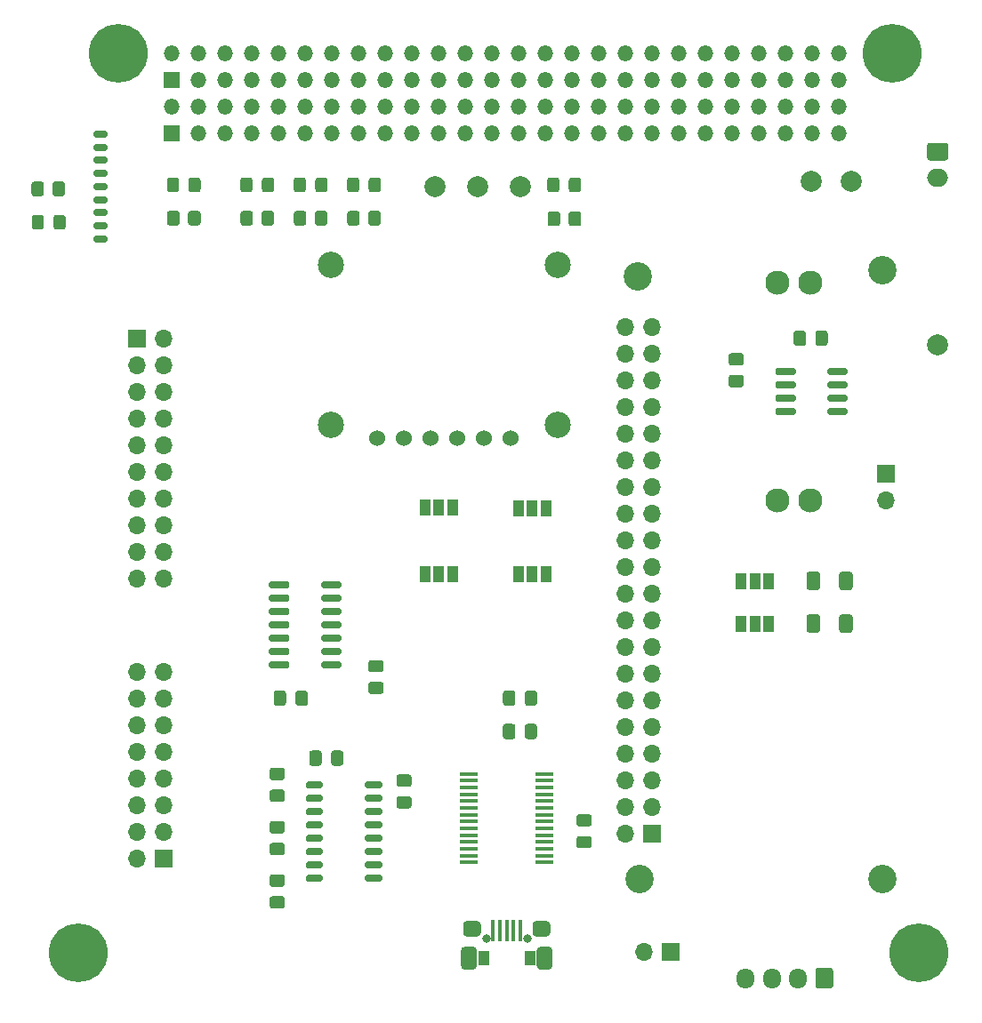
<source format=gbr>
%TF.GenerationSoftware,KiCad,Pcbnew,(5.1.9)-1*%
%TF.CreationDate,2021-11-26T18:06:55-05:00*%
%TF.ProjectId,REVERB Interface,52455645-5242-4204-996e-746572666163,rev?*%
%TF.SameCoordinates,Original*%
%TF.FileFunction,Soldermask,Top*%
%TF.FilePolarity,Negative*%
%FSLAX46Y46*%
G04 Gerber Fmt 4.6, Leading zero omitted, Abs format (unit mm)*
G04 Created by KiCad (PCBNEW (5.1.9)-1) date 2021-11-26 18:06:55*
%MOMM*%
%LPD*%
G01*
G04 APERTURE LIST*
%ADD10R,1.000000X1.500000*%
%ADD11O,2.000000X1.700000*%
%ADD12O,1.700000X1.950000*%
%ADD13C,2.000000*%
%ADD14C,2.300000*%
%ADD15C,2.500000*%
%ADD16C,1.524000*%
%ADD17C,2.700000*%
%ADD18O,1.700000X1.700000*%
%ADD19R,1.700000X1.700000*%
%ADD20R,1.750000X0.450000*%
%ADD21R,1.100000X1.350000*%
%ADD22C,0.800000*%
%ADD23R,0.400000X2.000000*%
%ADD24C,5.600000*%
%ADD25C,3.600000*%
%ADD26O,1.400000X0.700000*%
%ADD27O,1.500000X1.500000*%
%ADD28R,1.500000X1.500000*%
G04 APERTURE END LIST*
%TO.C,R2*%
G36*
G01*
X182488000Y-107579000D02*
X182488000Y-108829000D01*
G75*
G02*
X182238000Y-109079000I-250000J0D01*
G01*
X181438000Y-109079000D01*
G75*
G02*
X181188000Y-108829000I0J250000D01*
G01*
X181188000Y-107579000D01*
G75*
G02*
X181438000Y-107329000I250000J0D01*
G01*
X182238000Y-107329000D01*
G75*
G02*
X182488000Y-107579000I0J-250000D01*
G01*
G37*
G36*
G01*
X185588000Y-107579000D02*
X185588000Y-108829000D01*
G75*
G02*
X185338000Y-109079000I-250000J0D01*
G01*
X184538000Y-109079000D01*
G75*
G02*
X184288000Y-108829000I0J250000D01*
G01*
X184288000Y-107579000D01*
G75*
G02*
X184538000Y-107329000I250000J0D01*
G01*
X185338000Y-107329000D01*
G75*
G02*
X185588000Y-107579000I0J-250000D01*
G01*
G37*
%TD*%
%TO.C,R1*%
G36*
G01*
X182488000Y-111643000D02*
X182488000Y-112893000D01*
G75*
G02*
X182238000Y-113143000I-250000J0D01*
G01*
X181438000Y-113143000D01*
G75*
G02*
X181188000Y-112893000I0J250000D01*
G01*
X181188000Y-111643000D01*
G75*
G02*
X181438000Y-111393000I250000J0D01*
G01*
X182238000Y-111393000D01*
G75*
G02*
X182488000Y-111643000I0J-250000D01*
G01*
G37*
G36*
G01*
X185588000Y-111643000D02*
X185588000Y-112893000D01*
G75*
G02*
X185338000Y-113143000I-250000J0D01*
G01*
X184538000Y-113143000D01*
G75*
G02*
X184288000Y-112893000I0J250000D01*
G01*
X184288000Y-111643000D01*
G75*
G02*
X184538000Y-111393000I250000J0D01*
G01*
X185338000Y-111393000D01*
G75*
G02*
X185588000Y-111643000I0J-250000D01*
G01*
G37*
%TD*%
D10*
%TO.C,JP6*%
X177576000Y-112268000D03*
X176276000Y-112268000D03*
X174976000Y-112268000D03*
%TD*%
%TO.C,JP5*%
X177576000Y-108204000D03*
X176276000Y-108204000D03*
X174976000Y-108204000D03*
%TD*%
D11*
%TO.C,J10*%
X193675000Y-69810000D03*
G36*
G01*
X192925000Y-66460000D02*
X194425000Y-66460000D01*
G75*
G02*
X194675000Y-66710000I0J-250000D01*
G01*
X194675000Y-67910000D01*
G75*
G02*
X194425000Y-68160000I-250000J0D01*
G01*
X192925000Y-68160000D01*
G75*
G02*
X192675000Y-67910000I0J250000D01*
G01*
X192675000Y-66710000D01*
G75*
G02*
X192925000Y-66460000I250000J0D01*
G01*
G37*
%TD*%
D12*
%TO.C,J9*%
X175380000Y-146050000D03*
X177880000Y-146050000D03*
X180380000Y-146050000D03*
G36*
G01*
X183730000Y-145325000D02*
X183730000Y-146775000D01*
G75*
G02*
X183480000Y-147025000I-250000J0D01*
G01*
X182280000Y-147025000D01*
G75*
G02*
X182030000Y-146775000I0J250000D01*
G01*
X182030000Y-145325000D01*
G75*
G02*
X182280000Y-145075000I250000J0D01*
G01*
X183480000Y-145075000D01*
G75*
G02*
X183730000Y-145325000I0J-250000D01*
G01*
G37*
%TD*%
%TO.C,U5*%
G36*
G01*
X180175000Y-91925000D02*
X180175000Y-92225000D01*
G75*
G02*
X180025000Y-92375000I-150000J0D01*
G01*
X178375000Y-92375000D01*
G75*
G02*
X178225000Y-92225000I0J150000D01*
G01*
X178225000Y-91925000D01*
G75*
G02*
X178375000Y-91775000I150000J0D01*
G01*
X180025000Y-91775000D01*
G75*
G02*
X180175000Y-91925000I0J-150000D01*
G01*
G37*
G36*
G01*
X180175000Y-90655000D02*
X180175000Y-90955000D01*
G75*
G02*
X180025000Y-91105000I-150000J0D01*
G01*
X178375000Y-91105000D01*
G75*
G02*
X178225000Y-90955000I0J150000D01*
G01*
X178225000Y-90655000D01*
G75*
G02*
X178375000Y-90505000I150000J0D01*
G01*
X180025000Y-90505000D01*
G75*
G02*
X180175000Y-90655000I0J-150000D01*
G01*
G37*
G36*
G01*
X180175000Y-89385000D02*
X180175000Y-89685000D01*
G75*
G02*
X180025000Y-89835000I-150000J0D01*
G01*
X178375000Y-89835000D01*
G75*
G02*
X178225000Y-89685000I0J150000D01*
G01*
X178225000Y-89385000D01*
G75*
G02*
X178375000Y-89235000I150000J0D01*
G01*
X180025000Y-89235000D01*
G75*
G02*
X180175000Y-89385000I0J-150000D01*
G01*
G37*
G36*
G01*
X180175000Y-88115000D02*
X180175000Y-88415000D01*
G75*
G02*
X180025000Y-88565000I-150000J0D01*
G01*
X178375000Y-88565000D01*
G75*
G02*
X178225000Y-88415000I0J150000D01*
G01*
X178225000Y-88115000D01*
G75*
G02*
X178375000Y-87965000I150000J0D01*
G01*
X180025000Y-87965000D01*
G75*
G02*
X180175000Y-88115000I0J-150000D01*
G01*
G37*
G36*
G01*
X185125000Y-88115000D02*
X185125000Y-88415000D01*
G75*
G02*
X184975000Y-88565000I-150000J0D01*
G01*
X183325000Y-88565000D01*
G75*
G02*
X183175000Y-88415000I0J150000D01*
G01*
X183175000Y-88115000D01*
G75*
G02*
X183325000Y-87965000I150000J0D01*
G01*
X184975000Y-87965000D01*
G75*
G02*
X185125000Y-88115000I0J-150000D01*
G01*
G37*
G36*
G01*
X185125000Y-89385000D02*
X185125000Y-89685000D01*
G75*
G02*
X184975000Y-89835000I-150000J0D01*
G01*
X183325000Y-89835000D01*
G75*
G02*
X183175000Y-89685000I0J150000D01*
G01*
X183175000Y-89385000D01*
G75*
G02*
X183325000Y-89235000I150000J0D01*
G01*
X184975000Y-89235000D01*
G75*
G02*
X185125000Y-89385000I0J-150000D01*
G01*
G37*
G36*
G01*
X185125000Y-90655000D02*
X185125000Y-90955000D01*
G75*
G02*
X184975000Y-91105000I-150000J0D01*
G01*
X183325000Y-91105000D01*
G75*
G02*
X183175000Y-90955000I0J150000D01*
G01*
X183175000Y-90655000D01*
G75*
G02*
X183325000Y-90505000I150000J0D01*
G01*
X184975000Y-90505000D01*
G75*
G02*
X185125000Y-90655000I0J-150000D01*
G01*
G37*
G36*
G01*
X185125000Y-91925000D02*
X185125000Y-92225000D01*
G75*
G02*
X184975000Y-92375000I-150000J0D01*
G01*
X183325000Y-92375000D01*
G75*
G02*
X183175000Y-92225000I0J150000D01*
G01*
X183175000Y-91925000D01*
G75*
G02*
X183325000Y-91775000I150000J0D01*
G01*
X184975000Y-91775000D01*
G75*
G02*
X185125000Y-91925000I0J-150000D01*
G01*
G37*
%TD*%
D13*
%TO.C,TP6*%
X193675000Y-85725000D03*
%TD*%
%TO.C,C21*%
G36*
G01*
X174973000Y-87688000D02*
X174023000Y-87688000D01*
G75*
G02*
X173773000Y-87438000I0J250000D01*
G01*
X173773000Y-86763000D01*
G75*
G02*
X174023000Y-86513000I250000J0D01*
G01*
X174973000Y-86513000D01*
G75*
G02*
X175223000Y-86763000I0J-250000D01*
G01*
X175223000Y-87438000D01*
G75*
G02*
X174973000Y-87688000I-250000J0D01*
G01*
G37*
G36*
G01*
X174973000Y-89763000D02*
X174023000Y-89763000D01*
G75*
G02*
X173773000Y-89513000I0J250000D01*
G01*
X173773000Y-88838000D01*
G75*
G02*
X174023000Y-88588000I250000J0D01*
G01*
X174973000Y-88588000D01*
G75*
G02*
X175223000Y-88838000I0J-250000D01*
G01*
X175223000Y-89513000D01*
G75*
G02*
X174973000Y-89763000I-250000J0D01*
G01*
G37*
%TD*%
D14*
%TO.C,BT1*%
X178459000Y-100570000D03*
X181559000Y-100570000D03*
X181559000Y-79770000D03*
X178459000Y-79770000D03*
%TD*%
%TO.C,C20*%
G36*
G01*
X181138500Y-84615000D02*
X181138500Y-85565000D01*
G75*
G02*
X180888500Y-85815000I-250000J0D01*
G01*
X180213500Y-85815000D01*
G75*
G02*
X179963500Y-85565000I0J250000D01*
G01*
X179963500Y-84615000D01*
G75*
G02*
X180213500Y-84365000I250000J0D01*
G01*
X180888500Y-84365000D01*
G75*
G02*
X181138500Y-84615000I0J-250000D01*
G01*
G37*
G36*
G01*
X183213500Y-84615000D02*
X183213500Y-85565000D01*
G75*
G02*
X182963500Y-85815000I-250000J0D01*
G01*
X182288500Y-85815000D01*
G75*
G02*
X182038500Y-85565000I0J250000D01*
G01*
X182038500Y-84615000D01*
G75*
G02*
X182288500Y-84365000I250000J0D01*
G01*
X182963500Y-84365000D01*
G75*
G02*
X183213500Y-84615000I0J-250000D01*
G01*
G37*
%TD*%
D15*
%TO.C,U1*%
X157480000Y-78105000D03*
X135890000Y-78105000D03*
X157480000Y-93345000D03*
X135890000Y-93345000D03*
D16*
X140335000Y-94615000D03*
X142875000Y-94615000D03*
X145415000Y-94615000D03*
X147955000Y-94615000D03*
X150495000Y-94615000D03*
X153035000Y-94615000D03*
%TD*%
%TO.C,U4*%
G36*
G01*
X131977000Y-116055000D02*
X131977000Y-116355000D01*
G75*
G02*
X131827000Y-116505000I-150000J0D01*
G01*
X130177000Y-116505000D01*
G75*
G02*
X130027000Y-116355000I0J150000D01*
G01*
X130027000Y-116055000D01*
G75*
G02*
X130177000Y-115905000I150000J0D01*
G01*
X131827000Y-115905000D01*
G75*
G02*
X131977000Y-116055000I0J-150000D01*
G01*
G37*
G36*
G01*
X131977000Y-114785000D02*
X131977000Y-115085000D01*
G75*
G02*
X131827000Y-115235000I-150000J0D01*
G01*
X130177000Y-115235000D01*
G75*
G02*
X130027000Y-115085000I0J150000D01*
G01*
X130027000Y-114785000D01*
G75*
G02*
X130177000Y-114635000I150000J0D01*
G01*
X131827000Y-114635000D01*
G75*
G02*
X131977000Y-114785000I0J-150000D01*
G01*
G37*
G36*
G01*
X131977000Y-113515000D02*
X131977000Y-113815000D01*
G75*
G02*
X131827000Y-113965000I-150000J0D01*
G01*
X130177000Y-113965000D01*
G75*
G02*
X130027000Y-113815000I0J150000D01*
G01*
X130027000Y-113515000D01*
G75*
G02*
X130177000Y-113365000I150000J0D01*
G01*
X131827000Y-113365000D01*
G75*
G02*
X131977000Y-113515000I0J-150000D01*
G01*
G37*
G36*
G01*
X131977000Y-112245000D02*
X131977000Y-112545000D01*
G75*
G02*
X131827000Y-112695000I-150000J0D01*
G01*
X130177000Y-112695000D01*
G75*
G02*
X130027000Y-112545000I0J150000D01*
G01*
X130027000Y-112245000D01*
G75*
G02*
X130177000Y-112095000I150000J0D01*
G01*
X131827000Y-112095000D01*
G75*
G02*
X131977000Y-112245000I0J-150000D01*
G01*
G37*
G36*
G01*
X131977000Y-110975000D02*
X131977000Y-111275000D01*
G75*
G02*
X131827000Y-111425000I-150000J0D01*
G01*
X130177000Y-111425000D01*
G75*
G02*
X130027000Y-111275000I0J150000D01*
G01*
X130027000Y-110975000D01*
G75*
G02*
X130177000Y-110825000I150000J0D01*
G01*
X131827000Y-110825000D01*
G75*
G02*
X131977000Y-110975000I0J-150000D01*
G01*
G37*
G36*
G01*
X131977000Y-109705000D02*
X131977000Y-110005000D01*
G75*
G02*
X131827000Y-110155000I-150000J0D01*
G01*
X130177000Y-110155000D01*
G75*
G02*
X130027000Y-110005000I0J150000D01*
G01*
X130027000Y-109705000D01*
G75*
G02*
X130177000Y-109555000I150000J0D01*
G01*
X131827000Y-109555000D01*
G75*
G02*
X131977000Y-109705000I0J-150000D01*
G01*
G37*
G36*
G01*
X131977000Y-108435000D02*
X131977000Y-108735000D01*
G75*
G02*
X131827000Y-108885000I-150000J0D01*
G01*
X130177000Y-108885000D01*
G75*
G02*
X130027000Y-108735000I0J150000D01*
G01*
X130027000Y-108435000D01*
G75*
G02*
X130177000Y-108285000I150000J0D01*
G01*
X131827000Y-108285000D01*
G75*
G02*
X131977000Y-108435000I0J-150000D01*
G01*
G37*
G36*
G01*
X136927000Y-108435000D02*
X136927000Y-108735000D01*
G75*
G02*
X136777000Y-108885000I-150000J0D01*
G01*
X135127000Y-108885000D01*
G75*
G02*
X134977000Y-108735000I0J150000D01*
G01*
X134977000Y-108435000D01*
G75*
G02*
X135127000Y-108285000I150000J0D01*
G01*
X136777000Y-108285000D01*
G75*
G02*
X136927000Y-108435000I0J-150000D01*
G01*
G37*
G36*
G01*
X136927000Y-109705000D02*
X136927000Y-110005000D01*
G75*
G02*
X136777000Y-110155000I-150000J0D01*
G01*
X135127000Y-110155000D01*
G75*
G02*
X134977000Y-110005000I0J150000D01*
G01*
X134977000Y-109705000D01*
G75*
G02*
X135127000Y-109555000I150000J0D01*
G01*
X136777000Y-109555000D01*
G75*
G02*
X136927000Y-109705000I0J-150000D01*
G01*
G37*
G36*
G01*
X136927000Y-110975000D02*
X136927000Y-111275000D01*
G75*
G02*
X136777000Y-111425000I-150000J0D01*
G01*
X135127000Y-111425000D01*
G75*
G02*
X134977000Y-111275000I0J150000D01*
G01*
X134977000Y-110975000D01*
G75*
G02*
X135127000Y-110825000I150000J0D01*
G01*
X136777000Y-110825000D01*
G75*
G02*
X136927000Y-110975000I0J-150000D01*
G01*
G37*
G36*
G01*
X136927000Y-112245000D02*
X136927000Y-112545000D01*
G75*
G02*
X136777000Y-112695000I-150000J0D01*
G01*
X135127000Y-112695000D01*
G75*
G02*
X134977000Y-112545000I0J150000D01*
G01*
X134977000Y-112245000D01*
G75*
G02*
X135127000Y-112095000I150000J0D01*
G01*
X136777000Y-112095000D01*
G75*
G02*
X136927000Y-112245000I0J-150000D01*
G01*
G37*
G36*
G01*
X136927000Y-113515000D02*
X136927000Y-113815000D01*
G75*
G02*
X136777000Y-113965000I-150000J0D01*
G01*
X135127000Y-113965000D01*
G75*
G02*
X134977000Y-113815000I0J150000D01*
G01*
X134977000Y-113515000D01*
G75*
G02*
X135127000Y-113365000I150000J0D01*
G01*
X136777000Y-113365000D01*
G75*
G02*
X136927000Y-113515000I0J-150000D01*
G01*
G37*
G36*
G01*
X136927000Y-114785000D02*
X136927000Y-115085000D01*
G75*
G02*
X136777000Y-115235000I-150000J0D01*
G01*
X135127000Y-115235000D01*
G75*
G02*
X134977000Y-115085000I0J150000D01*
G01*
X134977000Y-114785000D01*
G75*
G02*
X135127000Y-114635000I150000J0D01*
G01*
X136777000Y-114635000D01*
G75*
G02*
X136927000Y-114785000I0J-150000D01*
G01*
G37*
G36*
G01*
X136927000Y-116055000D02*
X136927000Y-116355000D01*
G75*
G02*
X136777000Y-116505000I-150000J0D01*
G01*
X135127000Y-116505000D01*
G75*
G02*
X134977000Y-116355000I0J150000D01*
G01*
X134977000Y-116055000D01*
G75*
G02*
X135127000Y-115905000I150000J0D01*
G01*
X136777000Y-115905000D01*
G75*
G02*
X136927000Y-116055000I0J-150000D01*
G01*
G37*
%TD*%
%TO.C,C10*%
G36*
G01*
X139733000Y-117819500D02*
X140683000Y-117819500D01*
G75*
G02*
X140933000Y-118069500I0J-250000D01*
G01*
X140933000Y-118744500D01*
G75*
G02*
X140683000Y-118994500I-250000J0D01*
G01*
X139733000Y-118994500D01*
G75*
G02*
X139483000Y-118744500I0J250000D01*
G01*
X139483000Y-118069500D01*
G75*
G02*
X139733000Y-117819500I250000J0D01*
G01*
G37*
G36*
G01*
X139733000Y-115744500D02*
X140683000Y-115744500D01*
G75*
G02*
X140933000Y-115994500I0J-250000D01*
G01*
X140933000Y-116669500D01*
G75*
G02*
X140683000Y-116919500I-250000J0D01*
G01*
X139733000Y-116919500D01*
G75*
G02*
X139483000Y-116669500I0J250000D01*
G01*
X139483000Y-115994500D01*
G75*
G02*
X139733000Y-115744500I250000J0D01*
G01*
G37*
%TD*%
%TO.C,C9*%
G36*
G01*
X132551500Y-119855000D02*
X132551500Y-118905000D01*
G75*
G02*
X132801500Y-118655000I250000J0D01*
G01*
X133476500Y-118655000D01*
G75*
G02*
X133726500Y-118905000I0J-250000D01*
G01*
X133726500Y-119855000D01*
G75*
G02*
X133476500Y-120105000I-250000J0D01*
G01*
X132801500Y-120105000D01*
G75*
G02*
X132551500Y-119855000I0J250000D01*
G01*
G37*
G36*
G01*
X130476500Y-119855000D02*
X130476500Y-118905000D01*
G75*
G02*
X130726500Y-118655000I250000J0D01*
G01*
X131401500Y-118655000D01*
G75*
G02*
X131651500Y-118905000I0J-250000D01*
G01*
X131651500Y-119855000D01*
G75*
G02*
X131401500Y-120105000I-250000J0D01*
G01*
X130726500Y-120105000D01*
G75*
G02*
X130476500Y-119855000I0J250000D01*
G01*
G37*
%TD*%
%TO.C,U2*%
G36*
G01*
X139354999Y-136200000D02*
X140614997Y-136200000D01*
G75*
G02*
X140809997Y-136395000I0J-195000D01*
G01*
X140809997Y-136655000D01*
G75*
G02*
X140614997Y-136850000I-195000J0D01*
G01*
X139354999Y-136850000D01*
G75*
G02*
X139159999Y-136655000I0J195000D01*
G01*
X139159999Y-136395000D01*
G75*
G02*
X139354999Y-136200000I195000J0D01*
G01*
G37*
G36*
G01*
X139354999Y-134930000D02*
X140614997Y-134930000D01*
G75*
G02*
X140809997Y-135125000I0J-195000D01*
G01*
X140809997Y-135385000D01*
G75*
G02*
X140614997Y-135580000I-195000J0D01*
G01*
X139354999Y-135580000D01*
G75*
G02*
X139159999Y-135385000I0J195000D01*
G01*
X139159999Y-135125000D01*
G75*
G02*
X139354999Y-134930000I195000J0D01*
G01*
G37*
G36*
G01*
X139354999Y-133660000D02*
X140614997Y-133660000D01*
G75*
G02*
X140809997Y-133855000I0J-195000D01*
G01*
X140809997Y-134115000D01*
G75*
G02*
X140614997Y-134310000I-195000J0D01*
G01*
X139354999Y-134310000D01*
G75*
G02*
X139159999Y-134115000I0J195000D01*
G01*
X139159999Y-133855000D01*
G75*
G02*
X139354999Y-133660000I195000J0D01*
G01*
G37*
G36*
G01*
X139354999Y-132390000D02*
X140614997Y-132390000D01*
G75*
G02*
X140809997Y-132585000I0J-195000D01*
G01*
X140809997Y-132845000D01*
G75*
G02*
X140614997Y-133040000I-195000J0D01*
G01*
X139354999Y-133040000D01*
G75*
G02*
X139159999Y-132845000I0J195000D01*
G01*
X139159999Y-132585000D01*
G75*
G02*
X139354999Y-132390000I195000J0D01*
G01*
G37*
G36*
G01*
X139354999Y-131120000D02*
X140614997Y-131120000D01*
G75*
G02*
X140809997Y-131315000I0J-195000D01*
G01*
X140809997Y-131575000D01*
G75*
G02*
X140614997Y-131770000I-195000J0D01*
G01*
X139354999Y-131770000D01*
G75*
G02*
X139159999Y-131575000I0J195000D01*
G01*
X139159999Y-131315000D01*
G75*
G02*
X139354999Y-131120000I195000J0D01*
G01*
G37*
G36*
G01*
X139354999Y-129850000D02*
X140614997Y-129850000D01*
G75*
G02*
X140809997Y-130045000I0J-195000D01*
G01*
X140809997Y-130305000D01*
G75*
G02*
X140614997Y-130500000I-195000J0D01*
G01*
X139354999Y-130500000D01*
G75*
G02*
X139159999Y-130305000I0J195000D01*
G01*
X139159999Y-130045000D01*
G75*
G02*
X139354999Y-129850000I195000J0D01*
G01*
G37*
G36*
G01*
X139354999Y-128580000D02*
X140614997Y-128580000D01*
G75*
G02*
X140809997Y-128775000I0J-195000D01*
G01*
X140809997Y-129035000D01*
G75*
G02*
X140614997Y-129230000I-195000J0D01*
G01*
X139354999Y-129230000D01*
G75*
G02*
X139159999Y-129035000I0J195000D01*
G01*
X139159999Y-128775000D01*
G75*
G02*
X139354999Y-128580000I195000J0D01*
G01*
G37*
G36*
G01*
X139354999Y-127310000D02*
X140614997Y-127310000D01*
G75*
G02*
X140809997Y-127505000I0J-195000D01*
G01*
X140809997Y-127765000D01*
G75*
G02*
X140614997Y-127960000I-195000J0D01*
G01*
X139354999Y-127960000D01*
G75*
G02*
X139159999Y-127765000I0J195000D01*
G01*
X139159999Y-127505000D01*
G75*
G02*
X139354999Y-127310000I195000J0D01*
G01*
G37*
G36*
G01*
X133705000Y-136200000D02*
X134964998Y-136200000D01*
G75*
G02*
X135159998Y-136395000I0J-195000D01*
G01*
X135159998Y-136655000D01*
G75*
G02*
X134964998Y-136850000I-195000J0D01*
G01*
X133705000Y-136850000D01*
G75*
G02*
X133510000Y-136655000I0J195000D01*
G01*
X133510000Y-136395000D01*
G75*
G02*
X133705000Y-136200000I195000J0D01*
G01*
G37*
G36*
G01*
X133705000Y-134930000D02*
X134964998Y-134930000D01*
G75*
G02*
X135159998Y-135125000I0J-195000D01*
G01*
X135159998Y-135385000D01*
G75*
G02*
X134964998Y-135580000I-195000J0D01*
G01*
X133705000Y-135580000D01*
G75*
G02*
X133510000Y-135385000I0J195000D01*
G01*
X133510000Y-135125000D01*
G75*
G02*
X133705000Y-134930000I195000J0D01*
G01*
G37*
G36*
G01*
X133705000Y-133660000D02*
X134964998Y-133660000D01*
G75*
G02*
X135159998Y-133855000I0J-195000D01*
G01*
X135159998Y-134115000D01*
G75*
G02*
X134964998Y-134310000I-195000J0D01*
G01*
X133705000Y-134310000D01*
G75*
G02*
X133510000Y-134115000I0J195000D01*
G01*
X133510000Y-133855000D01*
G75*
G02*
X133705000Y-133660000I195000J0D01*
G01*
G37*
G36*
G01*
X133705000Y-132390000D02*
X134964998Y-132390000D01*
G75*
G02*
X135159998Y-132585000I0J-195000D01*
G01*
X135159998Y-132845000D01*
G75*
G02*
X134964998Y-133040000I-195000J0D01*
G01*
X133705000Y-133040000D01*
G75*
G02*
X133510000Y-132845000I0J195000D01*
G01*
X133510000Y-132585000D01*
G75*
G02*
X133705000Y-132390000I195000J0D01*
G01*
G37*
G36*
G01*
X133705000Y-131120000D02*
X134964998Y-131120000D01*
G75*
G02*
X135159998Y-131315000I0J-195000D01*
G01*
X135159998Y-131575000D01*
G75*
G02*
X134964998Y-131770000I-195000J0D01*
G01*
X133705000Y-131770000D01*
G75*
G02*
X133510000Y-131575000I0J195000D01*
G01*
X133510000Y-131315000D01*
G75*
G02*
X133705000Y-131120000I195000J0D01*
G01*
G37*
G36*
G01*
X133705000Y-129850000D02*
X134964998Y-129850000D01*
G75*
G02*
X135159998Y-130045000I0J-195000D01*
G01*
X135159998Y-130305000D01*
G75*
G02*
X134964998Y-130500000I-195000J0D01*
G01*
X133705000Y-130500000D01*
G75*
G02*
X133510000Y-130305000I0J195000D01*
G01*
X133510000Y-130045000D01*
G75*
G02*
X133705000Y-129850000I195000J0D01*
G01*
G37*
G36*
G01*
X133705000Y-128580000D02*
X134964998Y-128580000D01*
G75*
G02*
X135159998Y-128775000I0J-195000D01*
G01*
X135159998Y-129035000D01*
G75*
G02*
X134964998Y-129230000I-195000J0D01*
G01*
X133705000Y-129230000D01*
G75*
G02*
X133510000Y-129035000I0J195000D01*
G01*
X133510000Y-128775000D01*
G75*
G02*
X133705000Y-128580000I195000J0D01*
G01*
G37*
G36*
G01*
X133705000Y-127310000D02*
X134964998Y-127310000D01*
G75*
G02*
X135159998Y-127505000I0J-195000D01*
G01*
X135159998Y-127765000D01*
G75*
G02*
X134964998Y-127960000I-195000J0D01*
G01*
X133705000Y-127960000D01*
G75*
G02*
X133510000Y-127765000I0J195000D01*
G01*
X133510000Y-127505000D01*
G75*
G02*
X133705000Y-127310000I195000J0D01*
G01*
G37*
%TD*%
%TO.C,R12*%
G36*
G01*
X158545000Y-74163001D02*
X158545000Y-73262999D01*
G75*
G02*
X158794999Y-73013000I249999J0D01*
G01*
X159495001Y-73013000D01*
G75*
G02*
X159745000Y-73262999I0J-249999D01*
G01*
X159745000Y-74163001D01*
G75*
G02*
X159495001Y-74413000I-249999J0D01*
G01*
X158794999Y-74413000D01*
G75*
G02*
X158545000Y-74163001I0J249999D01*
G01*
G37*
G36*
G01*
X156545000Y-74163001D02*
X156545000Y-73262999D01*
G75*
G02*
X156794999Y-73013000I249999J0D01*
G01*
X157495001Y-73013000D01*
G75*
G02*
X157745000Y-73262999I0J-249999D01*
G01*
X157745000Y-74163001D01*
G75*
G02*
X157495001Y-74413000I-249999J0D01*
G01*
X156794999Y-74413000D01*
G75*
G02*
X156545000Y-74163001I0J249999D01*
G01*
G37*
%TD*%
%TO.C,R11*%
G36*
G01*
X108612000Y-70415999D02*
X108612000Y-71316001D01*
G75*
G02*
X108362001Y-71566000I-249999J0D01*
G01*
X107661999Y-71566000D01*
G75*
G02*
X107412000Y-71316001I0J249999D01*
G01*
X107412000Y-70415999D01*
G75*
G02*
X107661999Y-70166000I249999J0D01*
G01*
X108362001Y-70166000D01*
G75*
G02*
X108612000Y-70415999I0J-249999D01*
G01*
G37*
G36*
G01*
X110612000Y-70415999D02*
X110612000Y-71316001D01*
G75*
G02*
X110362001Y-71566000I-249999J0D01*
G01*
X109661999Y-71566000D01*
G75*
G02*
X109412000Y-71316001I0J249999D01*
G01*
X109412000Y-70415999D01*
G75*
G02*
X109661999Y-70166000I249999J0D01*
G01*
X110362001Y-70166000D01*
G75*
G02*
X110612000Y-70415999I0J-249999D01*
G01*
G37*
%TD*%
%TO.C,R10*%
G36*
G01*
X128505000Y-73209999D02*
X128505000Y-74110001D01*
G75*
G02*
X128255001Y-74360000I-249999J0D01*
G01*
X127554999Y-74360000D01*
G75*
G02*
X127305000Y-74110001I0J249999D01*
G01*
X127305000Y-73209999D01*
G75*
G02*
X127554999Y-72960000I249999J0D01*
G01*
X128255001Y-72960000D01*
G75*
G02*
X128505000Y-73209999I0J-249999D01*
G01*
G37*
G36*
G01*
X130505000Y-73209999D02*
X130505000Y-74110001D01*
G75*
G02*
X130255001Y-74360000I-249999J0D01*
G01*
X129554999Y-74360000D01*
G75*
G02*
X129305000Y-74110001I0J249999D01*
G01*
X129305000Y-73209999D01*
G75*
G02*
X129554999Y-72960000I249999J0D01*
G01*
X130255001Y-72960000D01*
G75*
G02*
X130505000Y-73209999I0J-249999D01*
G01*
G37*
%TD*%
%TO.C,R9*%
G36*
G01*
X121520000Y-73209999D02*
X121520000Y-74110001D01*
G75*
G02*
X121270001Y-74360000I-249999J0D01*
G01*
X120569999Y-74360000D01*
G75*
G02*
X120320000Y-74110001I0J249999D01*
G01*
X120320000Y-73209999D01*
G75*
G02*
X120569999Y-72960000I249999J0D01*
G01*
X121270001Y-72960000D01*
G75*
G02*
X121520000Y-73209999I0J-249999D01*
G01*
G37*
G36*
G01*
X123520000Y-73209999D02*
X123520000Y-74110001D01*
G75*
G02*
X123270001Y-74360000I-249999J0D01*
G01*
X122569999Y-74360000D01*
G75*
G02*
X122320000Y-74110001I0J249999D01*
G01*
X122320000Y-73209999D01*
G75*
G02*
X122569999Y-72960000I249999J0D01*
G01*
X123270001Y-72960000D01*
G75*
G02*
X123520000Y-73209999I0J-249999D01*
G01*
G37*
%TD*%
%TO.C,D12*%
G36*
G01*
X158565000Y-70935001D02*
X158565000Y-70034999D01*
G75*
G02*
X158814999Y-69785000I249999J0D01*
G01*
X159465001Y-69785000D01*
G75*
G02*
X159715000Y-70034999I0J-249999D01*
G01*
X159715000Y-70935001D01*
G75*
G02*
X159465001Y-71185000I-249999J0D01*
G01*
X158814999Y-71185000D01*
G75*
G02*
X158565000Y-70935001I0J249999D01*
G01*
G37*
G36*
G01*
X156515000Y-70935001D02*
X156515000Y-70034999D01*
G75*
G02*
X156764999Y-69785000I249999J0D01*
G01*
X157415001Y-69785000D01*
G75*
G02*
X157665000Y-70034999I0J-249999D01*
G01*
X157665000Y-70935001D01*
G75*
G02*
X157415001Y-71185000I-249999J0D01*
G01*
X156764999Y-71185000D01*
G75*
G02*
X156515000Y-70935001I0J249999D01*
G01*
G37*
%TD*%
%TO.C,D11*%
G36*
G01*
X108607000Y-73590999D02*
X108607000Y-74491001D01*
G75*
G02*
X108357001Y-74741000I-249999J0D01*
G01*
X107706999Y-74741000D01*
G75*
G02*
X107457000Y-74491001I0J249999D01*
G01*
X107457000Y-73590999D01*
G75*
G02*
X107706999Y-73341000I249999J0D01*
G01*
X108357001Y-73341000D01*
G75*
G02*
X108607000Y-73590999I0J-249999D01*
G01*
G37*
G36*
G01*
X110657000Y-73590999D02*
X110657000Y-74491001D01*
G75*
G02*
X110407001Y-74741000I-249999J0D01*
G01*
X109756999Y-74741000D01*
G75*
G02*
X109507000Y-74491001I0J249999D01*
G01*
X109507000Y-73590999D01*
G75*
G02*
X109756999Y-73341000I249999J0D01*
G01*
X110407001Y-73341000D01*
G75*
G02*
X110657000Y-73590999I0J-249999D01*
G01*
G37*
%TD*%
%TO.C,D10*%
G36*
G01*
X128455000Y-70034999D02*
X128455000Y-70935001D01*
G75*
G02*
X128205001Y-71185000I-249999J0D01*
G01*
X127554999Y-71185000D01*
G75*
G02*
X127305000Y-70935001I0J249999D01*
G01*
X127305000Y-70034999D01*
G75*
G02*
X127554999Y-69785000I249999J0D01*
G01*
X128205001Y-69785000D01*
G75*
G02*
X128455000Y-70034999I0J-249999D01*
G01*
G37*
G36*
G01*
X130505000Y-70034999D02*
X130505000Y-70935001D01*
G75*
G02*
X130255001Y-71185000I-249999J0D01*
G01*
X129604999Y-71185000D01*
G75*
G02*
X129355000Y-70935001I0J249999D01*
G01*
X129355000Y-70034999D01*
G75*
G02*
X129604999Y-69785000I249999J0D01*
G01*
X130255001Y-69785000D01*
G75*
G02*
X130505000Y-70034999I0J-249999D01*
G01*
G37*
%TD*%
%TO.C,D9*%
G36*
G01*
X121470000Y-70034999D02*
X121470000Y-70935001D01*
G75*
G02*
X121220001Y-71185000I-249999J0D01*
G01*
X120569999Y-71185000D01*
G75*
G02*
X120320000Y-70935001I0J249999D01*
G01*
X120320000Y-70034999D01*
G75*
G02*
X120569999Y-69785000I249999J0D01*
G01*
X121220001Y-69785000D01*
G75*
G02*
X121470000Y-70034999I0J-249999D01*
G01*
G37*
G36*
G01*
X123520000Y-70034999D02*
X123520000Y-70935001D01*
G75*
G02*
X123270001Y-71185000I-249999J0D01*
G01*
X122619999Y-71185000D01*
G75*
G02*
X122370000Y-70935001I0J249999D01*
G01*
X122370000Y-70034999D01*
G75*
G02*
X122619999Y-69785000I249999J0D01*
G01*
X123270001Y-69785000D01*
G75*
G02*
X123520000Y-70034999I0J-249999D01*
G01*
G37*
%TD*%
D13*
%TO.C,TP5*%
X145796000Y-70612000D03*
%TD*%
%TO.C,TP4*%
X181610000Y-70104000D03*
%TD*%
%TO.C,TP3*%
X149860000Y-70612000D03*
%TD*%
%TO.C,TP2*%
X153924000Y-70612000D03*
%TD*%
%TO.C,TP1*%
X185420000Y-70104000D03*
%TD*%
D17*
%TO.C,M8*%
X188415000Y-136609000D03*
%TD*%
%TO.C,M7*%
X188415000Y-78609000D03*
%TD*%
%TO.C,M6*%
X165288000Y-136609000D03*
%TD*%
%TO.C,M5*%
X165098000Y-79244000D03*
%TD*%
D18*
%TO.C,J8*%
X188735000Y-100524000D03*
D19*
X188735000Y-97984000D03*
%TD*%
%TO.C,R4*%
G36*
G01*
X133585000Y-73209999D02*
X133585000Y-74110001D01*
G75*
G02*
X133335001Y-74360000I-249999J0D01*
G01*
X132634999Y-74360000D01*
G75*
G02*
X132385000Y-74110001I0J249999D01*
G01*
X132385000Y-73209999D01*
G75*
G02*
X132634999Y-72960000I249999J0D01*
G01*
X133335001Y-72960000D01*
G75*
G02*
X133585000Y-73209999I0J-249999D01*
G01*
G37*
G36*
G01*
X135585000Y-73209999D02*
X135585000Y-74110001D01*
G75*
G02*
X135335001Y-74360000I-249999J0D01*
G01*
X134634999Y-74360000D01*
G75*
G02*
X134385000Y-74110001I0J249999D01*
G01*
X134385000Y-73209999D01*
G75*
G02*
X134634999Y-72960000I249999J0D01*
G01*
X135335001Y-72960000D01*
G75*
G02*
X135585000Y-73209999I0J-249999D01*
G01*
G37*
%TD*%
%TO.C,R3*%
G36*
G01*
X138665000Y-73209999D02*
X138665000Y-74110001D01*
G75*
G02*
X138415001Y-74360000I-249999J0D01*
G01*
X137714999Y-74360000D01*
G75*
G02*
X137465000Y-74110001I0J249999D01*
G01*
X137465000Y-73209999D01*
G75*
G02*
X137714999Y-72960000I249999J0D01*
G01*
X138415001Y-72960000D01*
G75*
G02*
X138665000Y-73209999I0J-249999D01*
G01*
G37*
G36*
G01*
X140665000Y-73209999D02*
X140665000Y-74110001D01*
G75*
G02*
X140415001Y-74360000I-249999J0D01*
G01*
X139714999Y-74360000D01*
G75*
G02*
X139465000Y-74110001I0J249999D01*
G01*
X139465000Y-73209999D01*
G75*
G02*
X139714999Y-72960000I249999J0D01*
G01*
X140415001Y-72960000D01*
G75*
G02*
X140665000Y-73209999I0J-249999D01*
G01*
G37*
%TD*%
D10*
%TO.C,JP4*%
X153767000Y-107569000D03*
X155067000Y-107569000D03*
X156367000Y-107569000D03*
%TD*%
%TO.C,JP3*%
X144877000Y-107569000D03*
X146177000Y-107569000D03*
X147477000Y-107569000D03*
%TD*%
%TO.C,JP2*%
X153767000Y-101304000D03*
X155067000Y-101304000D03*
X156367000Y-101304000D03*
%TD*%
%TO.C,JP1*%
X144877000Y-101219000D03*
X146177000Y-101219000D03*
X147477000Y-101219000D03*
%TD*%
D20*
%TO.C,U3*%
X156254000Y-126585000D03*
X156254000Y-127235000D03*
X156254000Y-127885000D03*
X156254000Y-128535000D03*
X156254000Y-129185000D03*
X156254000Y-129835000D03*
X156254000Y-130485000D03*
X156254000Y-131135000D03*
X156254000Y-131785000D03*
X156254000Y-132435000D03*
X156254000Y-133085000D03*
X156254000Y-133735000D03*
X156254000Y-134385000D03*
X156254000Y-135035000D03*
X149054000Y-135035000D03*
X149054000Y-134385000D03*
X149054000Y-133735000D03*
X149054000Y-133085000D03*
X149054000Y-132435000D03*
X149054000Y-131785000D03*
X149054000Y-131135000D03*
X149054000Y-130485000D03*
X149054000Y-129835000D03*
X149054000Y-129185000D03*
X149054000Y-128535000D03*
X149054000Y-127885000D03*
X149054000Y-127235000D03*
X149054000Y-126585000D03*
%TD*%
D21*
%TO.C,J6*%
X154854000Y-144145000D03*
X150454000Y-144145000D03*
D22*
X154604000Y-142315000D03*
X150704000Y-142315000D03*
D23*
X151354000Y-141545000D03*
X152004000Y-141545000D03*
X152654000Y-141545000D03*
X153304000Y-141545000D03*
X153954000Y-141545000D03*
G36*
G01*
X149804000Y-143420000D02*
X149804000Y-144870000D01*
G75*
G02*
X149429000Y-145245000I-375000J0D01*
G01*
X148679000Y-145245000D01*
G75*
G02*
X148304000Y-144870000I0J375000D01*
G01*
X148304000Y-143420000D01*
G75*
G02*
X148679000Y-143045000I375000J0D01*
G01*
X149429000Y-143045000D01*
G75*
G02*
X149804000Y-143420000I0J-375000D01*
G01*
G37*
G36*
G01*
X157004000Y-143420000D02*
X157004000Y-144870000D01*
G75*
G02*
X156629000Y-145245000I-375000J0D01*
G01*
X155879000Y-145245000D01*
G75*
G02*
X155504000Y-144870000I0J375000D01*
G01*
X155504000Y-143420000D01*
G75*
G02*
X155879000Y-143045000I375000J0D01*
G01*
X156629000Y-143045000D01*
G75*
G02*
X157004000Y-143420000I0J-375000D01*
G01*
G37*
G36*
G01*
X156804000Y-140970000D02*
X156804000Y-141720000D01*
G75*
G02*
X156429000Y-142095000I-375000J0D01*
G01*
X155479000Y-142095000D01*
G75*
G02*
X155104000Y-141720000I0J375000D01*
G01*
X155104000Y-140970000D01*
G75*
G02*
X155479000Y-140595000I375000J0D01*
G01*
X156429000Y-140595000D01*
G75*
G02*
X156804000Y-140970000I0J-375000D01*
G01*
G37*
G36*
G01*
X150204000Y-140970000D02*
X150204000Y-141720000D01*
G75*
G02*
X149829000Y-142095000I-375000J0D01*
G01*
X148879000Y-142095000D01*
G75*
G02*
X148504000Y-141720000I0J375000D01*
G01*
X148504000Y-140970000D01*
G75*
G02*
X148879000Y-140595000I375000J0D01*
G01*
X149829000Y-140595000D01*
G75*
G02*
X150204000Y-140970000I0J-375000D01*
G01*
G37*
%TD*%
%TO.C,D4*%
G36*
G01*
X133535000Y-70034999D02*
X133535000Y-70935001D01*
G75*
G02*
X133285001Y-71185000I-249999J0D01*
G01*
X132634999Y-71185000D01*
G75*
G02*
X132385000Y-70935001I0J249999D01*
G01*
X132385000Y-70034999D01*
G75*
G02*
X132634999Y-69785000I249999J0D01*
G01*
X133285001Y-69785000D01*
G75*
G02*
X133535000Y-70034999I0J-249999D01*
G01*
G37*
G36*
G01*
X135585000Y-70034999D02*
X135585000Y-70935001D01*
G75*
G02*
X135335001Y-71185000I-249999J0D01*
G01*
X134684999Y-71185000D01*
G75*
G02*
X134435000Y-70935001I0J249999D01*
G01*
X134435000Y-70034999D01*
G75*
G02*
X134684999Y-69785000I249999J0D01*
G01*
X135335001Y-69785000D01*
G75*
G02*
X135585000Y-70034999I0J-249999D01*
G01*
G37*
%TD*%
%TO.C,D3*%
G36*
G01*
X138615000Y-70034999D02*
X138615000Y-70935001D01*
G75*
G02*
X138365001Y-71185000I-249999J0D01*
G01*
X137714999Y-71185000D01*
G75*
G02*
X137465000Y-70935001I0J249999D01*
G01*
X137465000Y-70034999D01*
G75*
G02*
X137714999Y-69785000I249999J0D01*
G01*
X138365001Y-69785000D01*
G75*
G02*
X138615000Y-70034999I0J-249999D01*
G01*
G37*
G36*
G01*
X140665000Y-70034999D02*
X140665000Y-70935001D01*
G75*
G02*
X140415001Y-71185000I-249999J0D01*
G01*
X139764999Y-71185000D01*
G75*
G02*
X139515000Y-70935001I0J249999D01*
G01*
X139515000Y-70034999D01*
G75*
G02*
X139764999Y-69785000I249999J0D01*
G01*
X140415001Y-69785000D01*
G75*
G02*
X140665000Y-70034999I0J-249999D01*
G01*
G37*
%TD*%
%TO.C,C8*%
G36*
G01*
X160495000Y-131608500D02*
X159545000Y-131608500D01*
G75*
G02*
X159295000Y-131358500I0J250000D01*
G01*
X159295000Y-130683500D01*
G75*
G02*
X159545000Y-130433500I250000J0D01*
G01*
X160495000Y-130433500D01*
G75*
G02*
X160745000Y-130683500I0J-250000D01*
G01*
X160745000Y-131358500D01*
G75*
G02*
X160495000Y-131608500I-250000J0D01*
G01*
G37*
G36*
G01*
X160495000Y-133683500D02*
X159545000Y-133683500D01*
G75*
G02*
X159295000Y-133433500I0J250000D01*
G01*
X159295000Y-132758500D01*
G75*
G02*
X159545000Y-132508500I250000J0D01*
G01*
X160495000Y-132508500D01*
G75*
G02*
X160745000Y-132758500I0J-250000D01*
G01*
X160745000Y-133433500D01*
G75*
G02*
X160495000Y-133683500I-250000J0D01*
G01*
G37*
%TD*%
%TO.C,C7*%
G36*
G01*
X154374000Y-123030000D02*
X154374000Y-122080000D01*
G75*
G02*
X154624000Y-121830000I250000J0D01*
G01*
X155299000Y-121830000D01*
G75*
G02*
X155549000Y-122080000I0J-250000D01*
G01*
X155549000Y-123030000D01*
G75*
G02*
X155299000Y-123280000I-250000J0D01*
G01*
X154624000Y-123280000D01*
G75*
G02*
X154374000Y-123030000I0J250000D01*
G01*
G37*
G36*
G01*
X152299000Y-123030000D02*
X152299000Y-122080000D01*
G75*
G02*
X152549000Y-121830000I250000J0D01*
G01*
X153224000Y-121830000D01*
G75*
G02*
X153474000Y-122080000I0J-250000D01*
G01*
X153474000Y-123030000D01*
G75*
G02*
X153224000Y-123280000I-250000J0D01*
G01*
X152549000Y-123280000D01*
G75*
G02*
X152299000Y-123030000I0J250000D01*
G01*
G37*
%TD*%
%TO.C,C6*%
G36*
G01*
X154374000Y-119855000D02*
X154374000Y-118905000D01*
G75*
G02*
X154624000Y-118655000I250000J0D01*
G01*
X155299000Y-118655000D01*
G75*
G02*
X155549000Y-118905000I0J-250000D01*
G01*
X155549000Y-119855000D01*
G75*
G02*
X155299000Y-120105000I-250000J0D01*
G01*
X154624000Y-120105000D01*
G75*
G02*
X154374000Y-119855000I0J250000D01*
G01*
G37*
G36*
G01*
X152299000Y-119855000D02*
X152299000Y-118905000D01*
G75*
G02*
X152549000Y-118655000I250000J0D01*
G01*
X153224000Y-118655000D01*
G75*
G02*
X153474000Y-118905000I0J-250000D01*
G01*
X153474000Y-119855000D01*
G75*
G02*
X153224000Y-120105000I-250000J0D01*
G01*
X152549000Y-120105000D01*
G75*
G02*
X152299000Y-119855000I0J250000D01*
G01*
G37*
%TD*%
D24*
%TO.C,M4*%
X191926000Y-143664000D03*
D25*
X191926000Y-143664000D03*
%TD*%
D24*
%TO.C,M3*%
X111916000Y-143664000D03*
D25*
X111916000Y-143664000D03*
%TD*%
D24*
%TO.C,M2*%
X189386000Y-57939000D03*
D25*
X189386000Y-57939000D03*
%TD*%
D24*
%TO.C,M1*%
X115726000Y-57939000D03*
D25*
X115726000Y-57939000D03*
%TD*%
D18*
%TO.C,J7*%
X165735000Y-143510000D03*
D19*
X168275000Y-143510000D03*
%TD*%
D26*
%TO.C,J4*%
X114006000Y-75639000D03*
X114006000Y-74389000D03*
X114006000Y-73139000D03*
X114006000Y-71889000D03*
X114006000Y-70639000D03*
X114006000Y-69389000D03*
X114006000Y-68139000D03*
X114006000Y-66889000D03*
X114006000Y-65639000D03*
%TD*%
D18*
%TO.C,J3*%
X120015000Y-107950000D03*
X117475000Y-107950000D03*
X120015000Y-105410000D03*
X117475000Y-105410000D03*
X120015000Y-102870000D03*
X117475000Y-102870000D03*
X120015000Y-100330000D03*
X117475000Y-100330000D03*
X120015000Y-97790000D03*
X117475000Y-97790000D03*
X120015000Y-95250000D03*
X117475000Y-95250000D03*
X120015000Y-92710000D03*
X117475000Y-92710000D03*
X120015000Y-90170000D03*
X117475000Y-90170000D03*
X120015000Y-87630000D03*
X117475000Y-87630000D03*
X120015000Y-85090000D03*
D19*
X117475000Y-85090000D03*
%TD*%
D18*
%TO.C,J2*%
X117475000Y-116840000D03*
X120015000Y-116840000D03*
X117475000Y-119380000D03*
X120015000Y-119380000D03*
X117475000Y-121920000D03*
X120015000Y-121920000D03*
X117475000Y-124460000D03*
X120015000Y-124460000D03*
X117475000Y-127000000D03*
X120015000Y-127000000D03*
X117475000Y-129540000D03*
X120015000Y-129540000D03*
X117475000Y-132080000D03*
X120015000Y-132080000D03*
X117475000Y-134620000D03*
D19*
X120015000Y-134620000D03*
%TD*%
D18*
%TO.C,J1*%
X163970000Y-84014000D03*
X166510000Y-84014000D03*
X163970000Y-86554000D03*
X166510000Y-86554000D03*
X163970000Y-89094000D03*
X166510000Y-89094000D03*
X163970000Y-91634000D03*
X166510000Y-91634000D03*
X163970000Y-94174000D03*
X166510000Y-94174000D03*
X163970000Y-96714000D03*
X166510000Y-96714000D03*
X163970000Y-99254000D03*
X166510000Y-99254000D03*
X163970000Y-101794000D03*
X166510000Y-101794000D03*
X163970000Y-104334000D03*
X166510000Y-104334000D03*
X163970000Y-106874000D03*
X166510000Y-106874000D03*
X163970000Y-109414000D03*
X166510000Y-109414000D03*
X163970000Y-111954000D03*
X166510000Y-111954000D03*
X163970000Y-114494000D03*
X166510000Y-114494000D03*
X163970000Y-117034000D03*
X166510000Y-117034000D03*
X163970000Y-119574000D03*
X166510000Y-119574000D03*
X163970000Y-122114000D03*
X166510000Y-122114000D03*
X163970000Y-124654000D03*
X166510000Y-124654000D03*
X163970000Y-127194000D03*
X166510000Y-127194000D03*
X163970000Y-129734000D03*
X166510000Y-129734000D03*
X163970000Y-132274000D03*
D19*
X166510000Y-132274000D03*
%TD*%
D27*
%TO.C,H2*%
X184306000Y-57939000D03*
X184306000Y-60479000D03*
X181766000Y-57939000D03*
X181766000Y-60479000D03*
X179226000Y-57939000D03*
X179226000Y-60479000D03*
X176686000Y-57939000D03*
X176686000Y-60479000D03*
X174146000Y-57939000D03*
X174146000Y-60479000D03*
X171606000Y-57939000D03*
X171606000Y-60479000D03*
X169066000Y-57939000D03*
X169066000Y-60479000D03*
X166526000Y-57939000D03*
X166526000Y-60479000D03*
X163986000Y-57939000D03*
X163986000Y-60479000D03*
X161446000Y-57939000D03*
X161446000Y-60479000D03*
X158906000Y-57939000D03*
X158906000Y-60479000D03*
X156366000Y-57939000D03*
X156366000Y-60479000D03*
X153826000Y-57939000D03*
X153826000Y-60479000D03*
X151286000Y-57939000D03*
X151286000Y-60479000D03*
X148746000Y-57939000D03*
X148746000Y-60479000D03*
X146206000Y-57939000D03*
X146206000Y-60479000D03*
X143666000Y-57939000D03*
X143666000Y-60479000D03*
X141126000Y-57939000D03*
X141126000Y-60479000D03*
X138586000Y-57939000D03*
X138586000Y-60479000D03*
X136046000Y-57939000D03*
X136046000Y-60479000D03*
X133506000Y-57939000D03*
X133506000Y-60479000D03*
X130966000Y-57939000D03*
X130966000Y-60479000D03*
X128426000Y-57939000D03*
X128426000Y-60479000D03*
X125886000Y-57939000D03*
X125886000Y-60479000D03*
X123346000Y-57939000D03*
X123346000Y-60479000D03*
X120806000Y-57939000D03*
D28*
X120806000Y-60479000D03*
%TD*%
D27*
%TO.C,H1*%
X184306000Y-63019000D03*
X184306000Y-65559000D03*
X181766000Y-63019000D03*
X181766000Y-65559000D03*
X179226000Y-63019000D03*
X179226000Y-65559000D03*
X176686000Y-63019000D03*
X176686000Y-65559000D03*
X174146000Y-63019000D03*
X174146000Y-65559000D03*
X171606000Y-63019000D03*
X171606000Y-65559000D03*
X169066000Y-63019000D03*
X169066000Y-65559000D03*
X166526000Y-63019000D03*
X166526000Y-65559000D03*
X163986000Y-63019000D03*
X163986000Y-65559000D03*
X161446000Y-63019000D03*
X161446000Y-65559000D03*
X158906000Y-63019000D03*
X158906000Y-65559000D03*
X156366000Y-63019000D03*
X156366000Y-65559000D03*
X153826000Y-63019000D03*
X153826000Y-65559000D03*
X151286000Y-63019000D03*
X151286000Y-65559000D03*
X148746000Y-63019000D03*
X148746000Y-65559000D03*
X146206000Y-63019000D03*
X146206000Y-65559000D03*
X143666000Y-63019000D03*
X143666000Y-65559000D03*
X141126000Y-63019000D03*
X141126000Y-65559000D03*
X138586000Y-63019000D03*
X138586000Y-65559000D03*
X136046000Y-63019000D03*
X136046000Y-65559000D03*
X133506000Y-63019000D03*
X133506000Y-65559000D03*
X130966000Y-63019000D03*
X130966000Y-65559000D03*
X128426000Y-63019000D03*
X128426000Y-65559000D03*
X125886000Y-63019000D03*
X125886000Y-65559000D03*
X123346000Y-63019000D03*
X123346000Y-65559000D03*
X120806000Y-63019000D03*
D28*
X120806000Y-65559000D03*
%TD*%
%TO.C,C5*%
G36*
G01*
X142400000Y-128720000D02*
X143350000Y-128720000D01*
G75*
G02*
X143600000Y-128970000I0J-250000D01*
G01*
X143600000Y-129645000D01*
G75*
G02*
X143350000Y-129895000I-250000J0D01*
G01*
X142400000Y-129895000D01*
G75*
G02*
X142150000Y-129645000I0J250000D01*
G01*
X142150000Y-128970000D01*
G75*
G02*
X142400000Y-128720000I250000J0D01*
G01*
G37*
G36*
G01*
X142400000Y-126645000D02*
X143350000Y-126645000D01*
G75*
G02*
X143600000Y-126895000I0J-250000D01*
G01*
X143600000Y-127570000D01*
G75*
G02*
X143350000Y-127820000I-250000J0D01*
G01*
X142400000Y-127820000D01*
G75*
G02*
X142150000Y-127570000I0J250000D01*
G01*
X142150000Y-126895000D01*
G75*
G02*
X142400000Y-126645000I250000J0D01*
G01*
G37*
%TD*%
%TO.C,C4*%
G36*
G01*
X131285000Y-137345000D02*
X130335000Y-137345000D01*
G75*
G02*
X130085000Y-137095000I0J250000D01*
G01*
X130085000Y-136420000D01*
G75*
G02*
X130335000Y-136170000I250000J0D01*
G01*
X131285000Y-136170000D01*
G75*
G02*
X131535000Y-136420000I0J-250000D01*
G01*
X131535000Y-137095000D01*
G75*
G02*
X131285000Y-137345000I-250000J0D01*
G01*
G37*
G36*
G01*
X131285000Y-139420000D02*
X130335000Y-139420000D01*
G75*
G02*
X130085000Y-139170000I0J250000D01*
G01*
X130085000Y-138495000D01*
G75*
G02*
X130335000Y-138245000I250000J0D01*
G01*
X131285000Y-138245000D01*
G75*
G02*
X131535000Y-138495000I0J-250000D01*
G01*
X131535000Y-139170000D01*
G75*
G02*
X131285000Y-139420000I-250000J0D01*
G01*
G37*
%TD*%
%TO.C,C3*%
G36*
G01*
X135937500Y-125570000D02*
X135937500Y-124620000D01*
G75*
G02*
X136187500Y-124370000I250000J0D01*
G01*
X136862500Y-124370000D01*
G75*
G02*
X137112500Y-124620000I0J-250000D01*
G01*
X137112500Y-125570000D01*
G75*
G02*
X136862500Y-125820000I-250000J0D01*
G01*
X136187500Y-125820000D01*
G75*
G02*
X135937500Y-125570000I0J250000D01*
G01*
G37*
G36*
G01*
X133862500Y-125570000D02*
X133862500Y-124620000D01*
G75*
G02*
X134112500Y-124370000I250000J0D01*
G01*
X134787500Y-124370000D01*
G75*
G02*
X135037500Y-124620000I0J-250000D01*
G01*
X135037500Y-125570000D01*
G75*
G02*
X134787500Y-125820000I-250000J0D01*
G01*
X134112500Y-125820000D01*
G75*
G02*
X133862500Y-125570000I0J250000D01*
G01*
G37*
%TD*%
%TO.C,C2*%
G36*
G01*
X130335000Y-133165000D02*
X131285000Y-133165000D01*
G75*
G02*
X131535000Y-133415000I0J-250000D01*
G01*
X131535000Y-134090000D01*
G75*
G02*
X131285000Y-134340000I-250000J0D01*
G01*
X130335000Y-134340000D01*
G75*
G02*
X130085000Y-134090000I0J250000D01*
G01*
X130085000Y-133415000D01*
G75*
G02*
X130335000Y-133165000I250000J0D01*
G01*
G37*
G36*
G01*
X130335000Y-131090000D02*
X131285000Y-131090000D01*
G75*
G02*
X131535000Y-131340000I0J-250000D01*
G01*
X131535000Y-132015000D01*
G75*
G02*
X131285000Y-132265000I-250000J0D01*
G01*
X130335000Y-132265000D01*
G75*
G02*
X130085000Y-132015000I0J250000D01*
G01*
X130085000Y-131340000D01*
G75*
G02*
X130335000Y-131090000I250000J0D01*
G01*
G37*
%TD*%
%TO.C,C1*%
G36*
G01*
X131285000Y-127185000D02*
X130335000Y-127185000D01*
G75*
G02*
X130085000Y-126935000I0J250000D01*
G01*
X130085000Y-126260000D01*
G75*
G02*
X130335000Y-126010000I250000J0D01*
G01*
X131285000Y-126010000D01*
G75*
G02*
X131535000Y-126260000I0J-250000D01*
G01*
X131535000Y-126935000D01*
G75*
G02*
X131285000Y-127185000I-250000J0D01*
G01*
G37*
G36*
G01*
X131285000Y-129260000D02*
X130335000Y-129260000D01*
G75*
G02*
X130085000Y-129010000I0J250000D01*
G01*
X130085000Y-128335000D01*
G75*
G02*
X130335000Y-128085000I250000J0D01*
G01*
X131285000Y-128085000D01*
G75*
G02*
X131535000Y-128335000I0J-250000D01*
G01*
X131535000Y-129010000D01*
G75*
G02*
X131285000Y-129260000I-250000J0D01*
G01*
G37*
%TD*%
M02*

</source>
